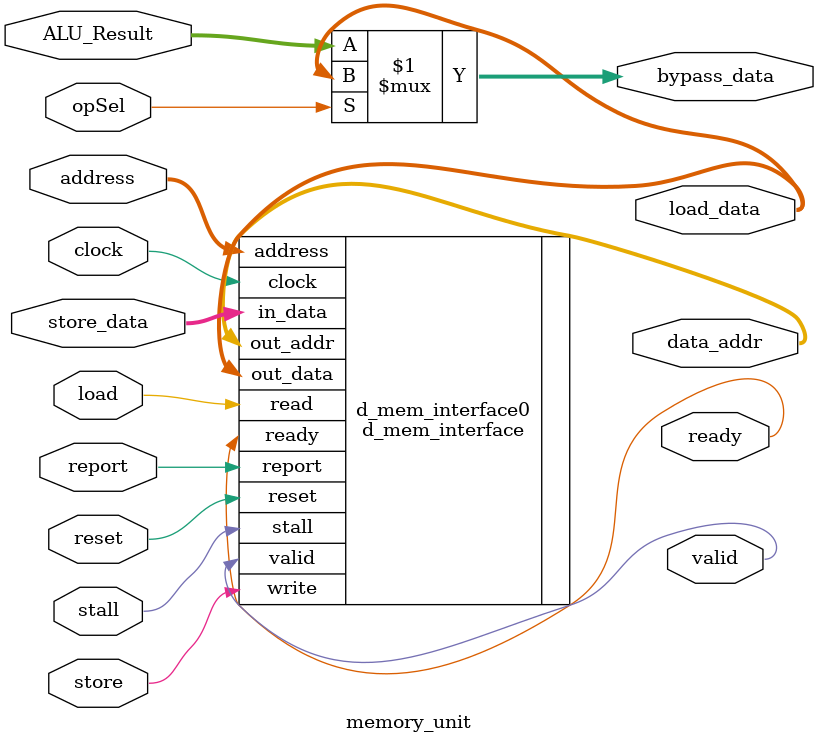
<source format=v>
/** @module : memory
 *  @author : Adaptive & Secure Computing Systems (ASCS) Laboratory

 *  Copyright (c) 2018 BRISC-V (ASCS/ECE/BU)
 *  Permission is hereby granted, free of charge, to any person obtaining a copy
 *  of this software and associated documentation files (the "Software"), to deal
 *  in the Software without restriction, including without limitation the rights
 *  to use, copy, modify, merge, publish, distribute, sublicense, and/or sell
 *  copies of the Software, and to permit persons to whom the Software is
 *  furnished to do so, subject to the following conditions:
 *  The above copyright notice and this permission notice shall be included in
 *  all copies or substantial portions of the Software.

 *  THE SOFTWARE IS PROVIDED "AS IS", WITHOUT WARRANTY OF ANY KIND, EXPRESS OR
 *  IMPLIED, INCLUDING BUT NOT LIMITED TO THE WARRANTIES OF MERCHANTABILITY,
 *  FITNESS FOR A PARTICULAR PURPOSE AND NONINFRINGEMENT. IN NO EVENT SHALL THE
 *  AUTHORS OR COPYRIGHT HOLDERS BE LIABLE FOR ANY CLAIM, DAMAGES OR OTHER
 *  LIABILITY, WHETHER IN AN ACTION OF CONTRACT, TORT OR OTHERWISE, ARISING FROM,
 *  OUT OF OR IN CONNECTION WITH THE SOFTWARE OR THE USE OR OTHER DEALINGS IN
 *  THE SOFTWARE.
 */

module memory_unit #(
    parameter CORE = 0,
    parameter DATA_WIDTH = 32,
    parameter INDEX_BITS = 6,
    parameter OFFSET_BITS = 3,
    parameter ADDRESS_BITS = 20,
    parameter PRINT_CYCLES_MIN = 1,
    parameter PRINT_CYCLES_MAX = 1000
) (
    input clock,
    input reset,
    input stall,
    input load,
    input store,
    input opSel,
    input [ADDRESS_BITS-1:0] address,
    input [DATA_WIDTH-1:0] store_data,
    input [DATA_WIDTH-1:0] ALU_Result,
    
    output [ADDRESS_BITS-1:0] data_addr,
    output [DATA_WIDTH-1:0] load_data,
    output [DATA_WIDTH-1:0] bypass_data,
    output valid,
    output ready,
    input report
 
);

d_mem_interface #(
    .CORE(CORE),
    .DATA_WIDTH(DATA_WIDTH),
    .INDEX_BITS(INDEX_BITS),
    .OFFSET_BITS(OFFSET_BITS),
    .ADDRESS_BITS(ADDRESS_BITS)
) d_mem_interface0 (
    .clock(clock),
    .reset(reset),
    .stall(stall),
    .read(load),
    .write(store),
    .address(address),
    .in_data(store_data),
    .out_addr(data_addr),
    .out_data(load_data),
    .valid(valid),
    .ready(ready),
    .report(report)
);

//mux for bypassing
assign bypass_data = (opSel)? load_data :ALU_Result; 

reg [31: 0] cycles;
always @ (posedge clock) begin
    cycles <= reset? 0 : cycles + 1;
    //if (report & ((cycles >=  PRINT_CYCLES_MIN) & (cycles < PRINT_CYCLES_MAX +1)))begin
    if (report)begin
        $display ("------ Core %d Memory Unit - Current Cycle %d -------", CORE, cycles);
        $display ("| Address     [%h]", address);
        $display ("| Load        [%b]", load);
        $display ("| Data Address[%h]", data_addr);
        $display ("| Load Data   [%h]", load_data);
        $display ("| Store       [%b]", store);
        $display ("| Store Data  [%h]", store_data);
        $display ("| Ready       [%b]", ready);
        $display ("| Valid       [%b]", valid);
        $display ("----------------------------------------------------------------------");
    end
end

endmodule

</source>
